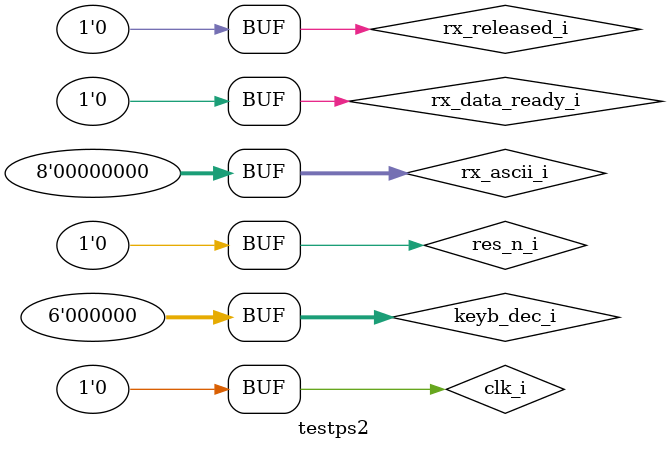
<source format=v>
`timescale 1ns / 1ps


module testps2;

	// Inputs
	reg clk_i;
	reg res_n_i;
	reg [6:1] keyb_dec_i;
	reg rx_data_ready_i;
	reg [7:0] rx_ascii_i;
	reg rx_released_i;

	// Outputs
	wire [14:7] keyb_enc_o;
	wire rx_read_o;

	// Instantiate the Unit Under Test (UUT)
	vp_keymap uut (
		.clk_i(clk_i), 
		.res_n_i(res_n_i), 
		.keyb_dec_i(keyb_dec_i), 
		.keyb_enc_o(keyb_enc_o), 
		.rx_data_ready_i(rx_data_ready_i), 
		.rx_ascii_i(rx_ascii_i), 
		.rx_released_i(rx_released_i), 
		.rx_read_o(rx_read_o)
	);

	initial begin
		// Initialize Inputs
		clk_i = 0;
		res_n_i = 0;
		keyb_dec_i = 0;
		rx_data_ready_i = 0;
		rx_ascii_i = 0;
		rx_released_i = 0;

		// Wait 100 ns for global reset to finish
		#100;
        
		// Add stimulus here

	end
      
endmodule


</source>
